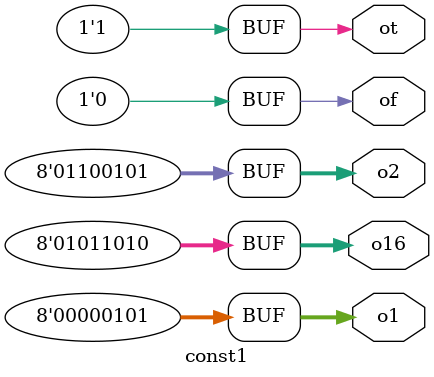
<source format=v>
module const1 (
    output reg ot,
    output reg of,
    output reg [7:0] o1,
    output reg [7:0] o2,
    output reg [7:0] o16
);

    always @(*) begin
        ot   = 1'b1;
        of   = 1'b0;
        o1   = 8'b101; // 'b101
        o2   = 8'd101; // 'd101
        o16  = 8'h5A;
    end

endmodule

</source>
